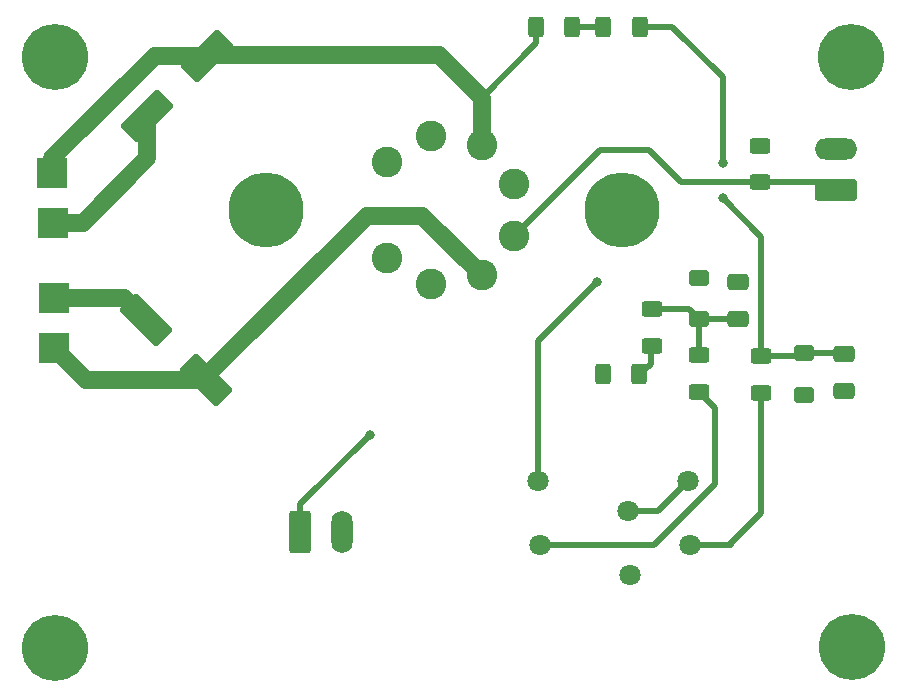
<source format=gbr>
%TF.GenerationSoftware,KiCad,Pcbnew,9.0.5*%
%TF.CreationDate,2025-11-24T16:56:37+01:00*%
%TF.ProjectId,Amplifier,416d706c-6966-4696-9572-2e6b69636164,rev?*%
%TF.SameCoordinates,Original*%
%TF.FileFunction,Copper,L1,Top*%
%TF.FilePolarity,Positive*%
%FSLAX46Y46*%
G04 Gerber Fmt 4.6, Leading zero omitted, Abs format (unit mm)*
G04 Created by KiCad (PCBNEW 9.0.5) date 2025-11-24 16:56:37*
%MOMM*%
%LPD*%
G01*
G04 APERTURE LIST*
G04 Aperture macros list*
%AMRoundRect*
0 Rectangle with rounded corners*
0 $1 Rounding radius*
0 $2 $3 $4 $5 $6 $7 $8 $9 X,Y pos of 4 corners*
0 Add a 4 corners polygon primitive as box body*
4,1,4,$2,$3,$4,$5,$6,$7,$8,$9,$2,$3,0*
0 Add four circle primitives for the rounded corners*
1,1,$1+$1,$2,$3*
1,1,$1+$1,$4,$5*
1,1,$1+$1,$6,$7*
1,1,$1+$1,$8,$9*
0 Add four rect primitives between the rounded corners*
20,1,$1+$1,$2,$3,$4,$5,0*
20,1,$1+$1,$4,$5,$6,$7,0*
20,1,$1+$1,$6,$7,$8,$9,0*
20,1,$1+$1,$8,$9,$2,$3,0*%
G04 Aperture macros list end*
%TA.AperFunction,ComponentPad*%
%ADD10R,2.500000X2.500000*%
%TD*%
%TA.AperFunction,SMDPad,CuDef*%
%ADD11RoundRect,0.250000X0.650000X-0.412500X0.650000X0.412500X-0.650000X0.412500X-0.650000X-0.412500X0*%
%TD*%
%TA.AperFunction,SMDPad,CuDef*%
%ADD12RoundRect,0.250000X-0.625000X0.400000X-0.625000X-0.400000X0.625000X-0.400000X0.625000X0.400000X0*%
%TD*%
%TA.AperFunction,ComponentPad*%
%ADD13RoundRect,0.250000X-0.650000X-1.550000X0.650000X-1.550000X0.650000X1.550000X-0.650000X1.550000X0*%
%TD*%
%TA.AperFunction,ComponentPad*%
%ADD14O,1.800000X3.600000*%
%TD*%
%TA.AperFunction,SMDPad,CuDef*%
%ADD15RoundRect,0.250000X0.625000X-0.400000X0.625000X0.400000X-0.625000X0.400000X-0.625000X-0.400000X0*%
%TD*%
%TA.AperFunction,ComponentPad*%
%ADD16C,5.600000*%
%TD*%
%TA.AperFunction,SMDPad,CuDef*%
%ADD17RoundRect,0.250000X0.400000X0.625000X-0.400000X0.625000X-0.400000X-0.625000X0.400000X-0.625000X0*%
%TD*%
%TA.AperFunction,ComponentPad*%
%ADD18C,1.800000*%
%TD*%
%TA.AperFunction,SMDPad,CuDef*%
%ADD19RoundRect,0.250000X0.600000X-0.400000X0.600000X0.400000X-0.600000X0.400000X-0.600000X-0.400000X0*%
%TD*%
%TA.AperFunction,ComponentPad*%
%ADD20RoundRect,0.250000X1.550000X-0.650000X1.550000X0.650000X-1.550000X0.650000X-1.550000X-0.650000X0*%
%TD*%
%TA.AperFunction,ComponentPad*%
%ADD21O,3.600000X1.800000*%
%TD*%
%TA.AperFunction,SMDPad,CuDef*%
%ADD22RoundRect,0.250000X-0.650000X0.412500X-0.650000X-0.412500X0.650000X-0.412500X0.650000X0.412500X0*%
%TD*%
%TA.AperFunction,ComponentPad*%
%ADD23C,2.600000*%
%TD*%
%TA.AperFunction,ComponentPad*%
%ADD24C,6.350000*%
%TD*%
%TA.AperFunction,SMDPad,CuDef*%
%ADD25RoundRect,0.250001X1.979898X-0.848528X-0.848528X1.979898X-1.979898X0.848528X0.848528X-1.979898X0*%
%TD*%
%TA.AperFunction,SMDPad,CuDef*%
%ADD26RoundRect,0.250001X-0.848528X-1.979898X1.979898X0.848528X0.848528X1.979898X-1.979898X-0.848528X0*%
%TD*%
%TA.AperFunction,ViaPad*%
%ADD27C,0.800000*%
%TD*%
%TA.AperFunction,Conductor*%
%ADD28C,1.500000*%
%TD*%
%TA.AperFunction,Conductor*%
%ADD29C,0.500000*%
%TD*%
G04 APERTURE END LIST*
D10*
%TO.P,TP4,1*%
%TO.N,GND*%
X135530000Y-87310000D03*
%TD*%
D11*
%TO.P,C2,1*%
%TO.N,GND*%
X202450000Y-95202500D03*
%TO.P,C2,2*%
%TO.N,-VLV*%
X202450000Y-92077500D03*
%TD*%
D12*
%TO.P,R13,1*%
%TO.N,-VLV*%
X195450000Y-92260000D03*
%TO.P,R13,2*%
%TO.N,Net-(R13-Pad2)*%
X195450000Y-95360000D03*
%TD*%
D13*
%TO.P,J1,1,Pin_1*%
%TO.N,/HVOUT*%
X156430000Y-107180000D03*
D14*
%TO.P,J1,2,Pin_2*%
%TO.N,GND*%
X159930000Y-107180000D03*
%TD*%
D15*
%TO.P,R10,1*%
%TO.N,Net-(R10-Pad1)*%
X190210552Y-95303067D03*
%TO.P,R10,2*%
%TO.N,+VLV*%
X190210552Y-92203067D03*
%TD*%
D16*
%TO.P,H2,1,1*%
%TO.N,unconnected-(H2-Pad1)*%
X203080000Y-66940000D03*
%TD*%
D17*
%TO.P,R8,1*%
%TO.N,Net-(R8-Pad1)*%
X185110552Y-93823067D03*
%TO.P,R8,2*%
%TO.N,+VHV*%
X182010552Y-93823067D03*
%TD*%
%TO.P,R12,1*%
%TO.N,-VLV*%
X185160000Y-64390000D03*
%TO.P,R12,2*%
%TO.N,Net-(R11-Pad1)*%
X182060000Y-64390000D03*
%TD*%
D18*
%TO.P,RV1,1,1*%
%TO.N,Net-(D1-A)*%
X176540000Y-102850000D03*
%TO.P,RV1,2,2*%
%TO.N,Net-(R2-Pad1)*%
X184160000Y-105390000D03*
%TO.P,RV1,3,3*%
X189240000Y-102850000D03*
%TD*%
D12*
%TO.P,R9,1*%
%TO.N,+VLV*%
X186180552Y-88323067D03*
%TO.P,R9,2*%
%TO.N,Net-(R8-Pad1)*%
X186180552Y-91423067D03*
%TD*%
D19*
%TO.P,D5,1,K*%
%TO.N,+VLV*%
X190150552Y-89163067D03*
%TO.P,D5,2,A*%
%TO.N,GND*%
X190150552Y-85663067D03*
%TD*%
D20*
%TO.P,J3,1,Pin_1*%
%TO.N,/CTRL*%
X201792500Y-78212500D03*
D21*
%TO.P,J3,2,Pin_2*%
%TO.N,GND*%
X201792500Y-74712500D03*
%TD*%
D16*
%TO.P,H4,1,1*%
%TO.N,GND*%
X135620000Y-117010000D03*
%TD*%
D10*
%TO.P,TP1,1*%
%TO.N,+VHV*%
X135590000Y-91610000D03*
%TD*%
D16*
%TO.P,H1,1,1*%
%TO.N,unconnected-(H1-Pad1)*%
X203110000Y-116900000D03*
%TD*%
D10*
%TO.P,TP3,1*%
%TO.N,GND*%
X135450000Y-80960000D03*
%TD*%
D19*
%TO.P,D6,1,K*%
%TO.N,GND*%
X199030000Y-95550000D03*
%TO.P,D6,2,A*%
%TO.N,-VLV*%
X199030000Y-92050000D03*
%TD*%
D17*
%TO.P,R11,1*%
%TO.N,Net-(R11-Pad1)*%
X179460000Y-64430000D03*
%TO.P,R11,2*%
%TO.N,-VHV*%
X176360000Y-64430000D03*
%TD*%
D22*
%TO.P,C5,1*%
%TO.N,GND*%
X193480000Y-85965000D03*
%TO.P,C5,2*%
%TO.N,+VLV*%
X193480000Y-89090000D03*
%TD*%
D15*
%TO.P,R17,1*%
%TO.N,/CTRL*%
X195330000Y-77550000D03*
%TO.P,R17,2*%
%TO.N,GND*%
X195330000Y-74450000D03*
%TD*%
D16*
%TO.P,H3,1,1*%
%TO.N,unconnected-(H3-Pad1)*%
X135620000Y-66940000D03*
%TD*%
D18*
%TO.P,RV2,1,1*%
%TO.N,Net-(R10-Pad1)*%
X176690000Y-108290000D03*
%TO.P,RV2,2,2*%
%TO.N,Net-(R3-Pad2)*%
X184310000Y-110830000D03*
%TO.P,RV2,3,3*%
%TO.N,Net-(R13-Pad2)*%
X189390000Y-108290000D03*
%TD*%
D10*
%TO.P,TP2,1*%
%TO.N,-VHV*%
X135430000Y-76740000D03*
%TD*%
D23*
%TO.P,U1,1,OUT*%
%TO.N,/HVOUT*%
X163720000Y-83990000D03*
%TO.P,U1,2,CL*%
%TO.N,Net-(U1-CL)*%
X167480000Y-86160000D03*
%TO.P,U1,3,+VS*%
%TO.N,+VHV*%
X171760000Y-85410000D03*
%TO.P,U1,4,+IN*%
%TO.N,/CTRL*%
X174550000Y-82080000D03*
%TO.P,U1,5,-IN*%
%TO.N,Net-(D1-A)*%
X174550000Y-77740000D03*
%TO.P,U1,6,-VS*%
%TO.N,-VHV*%
X171760000Y-74410000D03*
%TO.P,U1,7,RC*%
%TO.N,Net-(U1-RC)*%
X167480000Y-73660000D03*
%TO.P,U1,8,CC*%
%TO.N,Net-(U1-CC)*%
X163720000Y-75830000D03*
D24*
%TO.P,U1,C*%
%TO.N,N/C*%
X153480000Y-79910000D03*
X183680000Y-79910000D03*
%TD*%
D25*
%TO.P,C19,1*%
%TO.N,+VHV*%
X148445584Y-94275584D03*
%TO.P,C19,2*%
%TO.N,GND*%
X143354416Y-89184416D03*
%TD*%
D26*
%TO.P,C20,1*%
%TO.N,GND*%
X143407830Y-71922171D03*
%TO.P,C20,2*%
%TO.N,-VHV*%
X148498998Y-66831003D03*
%TD*%
D27*
%TO.N,GND*%
X195330000Y-74450000D03*
X190150552Y-85663067D03*
X199030000Y-95550000D03*
X202450000Y-95202500D03*
X193480000Y-85965000D03*
%TO.N,/HVOUT*%
X162350552Y-98909448D03*
%TO.N,+VHV*%
X182000000Y-93690000D03*
%TO.N,Net-(D1-A)*%
X181530501Y-86033118D03*
%TO.N,-VLV*%
X192170000Y-78910000D03*
X192170000Y-75940000D03*
%TD*%
D28*
%TO.N,GND*%
X135530000Y-87310000D02*
X141480000Y-87310000D01*
X143407830Y-71922171D02*
X143407830Y-75532170D01*
X141480000Y-87310000D02*
X143354416Y-89184416D01*
X143407830Y-75532170D02*
X137980000Y-80960000D01*
X137980000Y-80960000D02*
X135450000Y-80960000D01*
D29*
%TO.N,/CTRL*%
X188660000Y-77550000D02*
X185960000Y-74850000D01*
X201130000Y-77550000D02*
X201792500Y-78212500D01*
X180550000Y-76110000D02*
X180520000Y-76110000D01*
X195330000Y-77550000D02*
X188660000Y-77550000D01*
X195330000Y-77550000D02*
X201130000Y-77550000D01*
X181810000Y-74850000D02*
X180550000Y-76110000D01*
X185960000Y-74850000D02*
X181810000Y-74850000D01*
X180520000Y-76110000D02*
X174550000Y-82080000D01*
%TO.N,/HVOUT*%
X156430000Y-104830000D02*
X156430000Y-107180000D01*
X162350552Y-98909448D02*
X156430000Y-104830000D01*
%TO.N,Net-(R2-Pad1)*%
X186700000Y-105390000D02*
X189240000Y-102850000D01*
X184160000Y-105390000D02*
X186700000Y-105390000D01*
D28*
%TO.N,+VHV*%
X138255584Y-94275584D02*
X148445584Y-94275584D01*
X148445584Y-94275584D02*
X148445584Y-93994416D01*
X148445584Y-93994416D02*
X162040000Y-80400000D01*
X162040000Y-80400000D02*
X166750000Y-80400000D01*
X135590000Y-91610000D02*
X138255584Y-94275584D01*
X166750000Y-80400000D02*
X171760000Y-85410000D01*
%TO.N,-VHV*%
X168139999Y-66780000D02*
X171760000Y-70400000D01*
X148498998Y-66831003D02*
X144128997Y-66831003D01*
X135430000Y-75530000D02*
X135430000Y-76740000D01*
X171760000Y-70400000D02*
X171760000Y-74410000D01*
D29*
X176360000Y-65800000D02*
X171760000Y-70400000D01*
X176360000Y-64430000D02*
X176360000Y-65800000D01*
D28*
X148550001Y-66780000D02*
X168139999Y-66780000D01*
X144128997Y-66831003D02*
X135430000Y-75530000D01*
X148498998Y-66831003D02*
X148550001Y-66780000D01*
D29*
%TO.N,Net-(D1-A)*%
X176540000Y-102850000D02*
X176540000Y-91023619D01*
X176540000Y-91023619D02*
X181530501Y-86033118D01*
%TO.N,Net-(R8-Pad1)*%
X186130552Y-92903067D02*
X186130552Y-91473067D01*
X185210552Y-93823067D02*
X186130552Y-92903067D01*
X185110552Y-93823067D02*
X185210552Y-93823067D01*
X186130552Y-91473067D02*
X186180552Y-91423067D01*
%TO.N,+VLV*%
X186180552Y-88323067D02*
X189310552Y-88323067D01*
X190150552Y-89163067D02*
X193406933Y-89163067D01*
X190150552Y-92143067D02*
X190210552Y-92203067D01*
X189310552Y-88323067D02*
X190150552Y-89163067D01*
X193406933Y-89163067D02*
X193480000Y-89090000D01*
X190150552Y-89163067D02*
X190150552Y-92143067D01*
%TO.N,-VLV*%
X195670000Y-92040000D02*
X195450000Y-92260000D01*
X195450000Y-82190000D02*
X192170000Y-78910000D01*
X192170000Y-68627500D02*
X192170000Y-75940000D01*
X187927500Y-64390000D02*
X187930000Y-64387500D01*
X199030000Y-92050000D02*
X202422500Y-92050000D01*
X198820000Y-92260000D02*
X199030000Y-92050000D01*
X192170000Y-68627500D02*
X187930000Y-64387500D01*
X202422500Y-92050000D02*
X202450000Y-92077500D01*
X185160000Y-64390000D02*
X187927500Y-64390000D01*
X195450000Y-92260000D02*
X195450000Y-82190000D01*
X195450000Y-92260000D02*
X198820000Y-92260000D01*
%TO.N,Net-(R10-Pad1)*%
X191550000Y-103140000D02*
X191550000Y-96642515D01*
X191550000Y-96642515D02*
X190210552Y-95303067D01*
X186400000Y-108290000D02*
X176690000Y-108290000D01*
X191550000Y-103140000D02*
X186400000Y-108290000D01*
%TO.N,Net-(R11-Pad1)*%
X182020000Y-64430000D02*
X182060000Y-64390000D01*
X179460000Y-64430000D02*
X182020000Y-64430000D01*
%TO.N,Net-(R13-Pad2)*%
X192720000Y-108290000D02*
X192920000Y-108290000D01*
X189390000Y-108290000D02*
X192720000Y-108290000D01*
X195450000Y-95360000D02*
X195450000Y-105560000D01*
X195450000Y-105560000D02*
X192720000Y-108290000D01*
%TD*%
M02*

</source>
